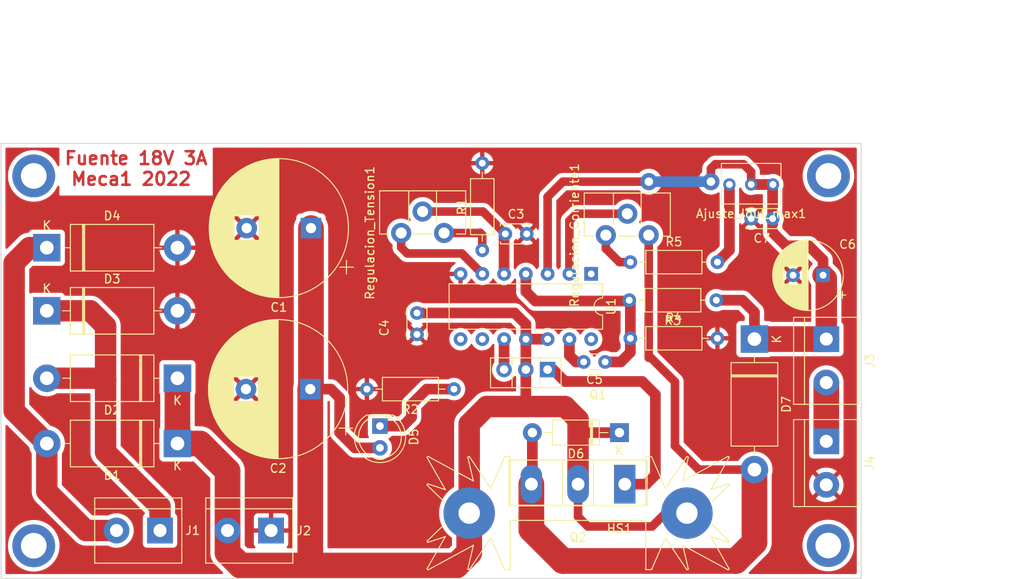
<source format=kicad_pcb>
(kicad_pcb (version 20211014) (generator pcbnew)
  (layers (0 "F.Cu" signal) (31 "B.Cu" signal) (34 "B.Paste" user) (35 "F.Paste" user) (36 "B.SilkS" user "B.Silkscreen") (37 "F.SilkS" user "F.Silkscreen") (38 "B.Mask" user) (39 "F.Mask" user) (44 "Edge.Cuts" user))
  (net 0 "")
  (net 1 "Net-(Regulacion_Tension1-Pad2)")
  (net 2 "Net-(Regulacion_Tension1-Pad3)")
  (net 3 "Net-(Regulacion_Tension1-Pad1)")
  (net 4 "+VDC")
  (net 5 "GND")
  (net 6 "Net-(C5-Pad1)")
  (net 7 "Net-(C5-Pad2)")
  (net 8 "Vout")
  (net 9 "TBJ_Out")
  (net 10 "Net-(D5-Pad1)")
  (net 11 "Vout_amp")
  (net 12 "AC_F")
  (net 13 "Net-(Q1-Pad1)")
  (net 14 "Net-(Q1-Pad3)")
  (net 15 "Net-(R5-Pad1)")
  (net 16 "Net-(R5-Pad2)")
  (net 21 "AC_N")
  (net 22 "Net-(Regulacion_Corriente1-Pad2)")
  (footprint "Resistor_THT:R_Axial_DIN0207_L6.3mm_D2.5mm_P10.16mm_Horizontal" (layer "F.Cu") (at 136.907 95.158)
    (fp_text reference "R4" (at 5.08 -2.37) (layer "F.SilkS"))
    (fp_text value "1K2")
    (pad "1" thru_hole circle (at 0 0) (size 1.6 1.6) (drill 0.8) (layers *.Cu *.Mask) (net 6 "Net-(C5-Pad1)"))
    (pad "2" thru_hole oval (at 10.16 0) (size 1.6 1.6) (drill 0.8) (layers *.Cu *.Mask) (net 5 "GND"))
  )
  (footprint "Potentiometer_THT:Potentiometer_ACP_CA9-H2,5_Horizontal" (layer "F.Cu") (at 134.051 83.115 90)
    (fp_text reference "Regulacion_Corriente1" (at 0 -3.65 90) (layer "F.SilkS"))
    (fp_text value "500")
    (pad "1" thru_hole circle (at 0 0 90) (size 2.34 2.34) (drill 1.3) (layers *.Cu *.Mask) (net 15 "Net-(R5-Pad1)"))
    (pad "2" thru_hole circle (at 2.5 2.5 90) (size 2.34 2.34) (drill 1.3) (layers *.Cu *.Mask) (net 22 "Net-(Regulacion_Corriente1-Pad2)"))
    (pad "3" thru_hole circle (at 0 5 90) (size 2.34 2.34) (drill 1.3) (layers *.Cu *.Mask) (net 9 "TBJ_Out"))
  )
  (footprint "Package_TO_SOT_THT:TO-126-3_Vertical" (layer "F.Cu") (at 127.254 98.812 180)
    (fp_text reference "Q1" (at -5.842 -2.94) (layer "F.SilkS"))
    (fp_text value "BD137")
    (pad "1" thru_hole rect (at 0 0 180) (size 1.8 1.8) (drill 1) (layers *.Cu *.Mask) (net 13 "Net-(Q1-Pad1)"))
    (pad "2" thru_hole oval (at 2.54 0 180) (size 1.8 1.8) (drill 1) (layers *.Cu *.Mask) (net 4 "+VDC"))
    (pad "3" thru_hole oval (at 5.08 0 180) (size 1.8 1.8) (drill 1) (layers *.Cu *.Mask) (net 14 "Net-(Q1-Pad3)"))
  )
  (footprint "Capacitor_THT:CP_Radial_D16.0mm_P7.50mm" (layer "F.Cu") (at 99.568 101.092 180)
    (fp_text reference "C2" (at 3.75 -9.25) (layer "F.SilkS"))
    (fp_text value "2200u")
    (pad "1" thru_hole rect (at 0 0 180) (size 2.4 2.4) (drill 1.2) (layers *.Cu *.Mask) (net 4 "+VDC"))
    (pad "2" thru_hole circle (at 7.5 0 180) (size 2.4 2.4) (drill 1.2) (layers *.Cu *.Mask) (net 5 "GND"))
  )
  (footprint "Resistor_THT:R_Axial_DIN0207_L6.3mm_D2.5mm_P10.16mm_Horizontal" (layer "F.Cu") (at 146.94 90.713 180)
    (fp_text reference "R3" (at 5.08 -2.37) (layer "F.SilkS"))
    (fp_text value "2K7")
    (pad "1" thru_hole circle (at 0 0 180) (size 1.6 1.6) (drill 0.8) (layers *.Cu *.Mask) (net 8 "Vout"))
    (pad "2" thru_hole oval (at 10.16 0 180) (size 1.6 1.6) (drill 0.8) (layers *.Cu *.Mask) (net 6 "Net-(C5-Pad1)"))
  )
  (footprint "Potentiometer_THT:Potentiometer_ACP_CA9-H2,5_Horizontal" (layer "F.Cu") (at 110.175 82.861 90)
    (fp_text reference "Regulacion_Tension1" (at 0 -3.65 90) (layer "F.SilkS"))
    (fp_text value "10k")
    (pad "1" thru_hole circle (at 0 0 90) (size 2.34 2.34) (drill 1.3) (layers *.Cu *.Mask) (net 3 "Net-(Regulacion_Tension1-Pad1)"))
    (pad "2" thru_hole circle (at 2.5 2.5 90) (size 2.34 2.34) (drill 1.3) (layers *.Cu *.Mask) (net 1 "Net-(Regulacion_Tension1-Pad2)"))
    (pad "3" thru_hole circle (at 0 5 90) (size 2.34 2.34) (drill 1.3) (layers *.Cu *.Mask) (net 2 "Net-(Regulacion_Tension1-Pad3)"))
  )
  (footprint "Package_TO_SOT_THT:TO-247-3_Vertical" (layer "F.Cu") (at 136.26 112.194 180)
    (fp_text reference "Q2" (at 5.45 -6.205) (layer "F.SilkS"))
    (fp_text value "TIP3055G")
    (pad "1" thru_hole rect (at 0 0 180) (size 2.5 4.5) (drill 1.5) (layers *.Cu *.Mask) (net 13 "Net-(Q1-Pad1)"))
    (pad "2" thru_hole oval (at 5.45 0 180) (size 2.5 4.5) (drill 1.5) (layers *.Cu *.Mask) (net 4 "+VDC"))
    (pad "3" thru_hole oval (at 10.9 0 180) (size 2.5 4.5) (drill 1.5) (layers *.Cu *.Mask) (net 9 "TBJ_Out"))
  )
  (footprint "Diode_THT:D_DO-201AD_P15.24mm_Horizontal" (layer "F.Cu") (at 68.834 91.948)
    (fp_text reference "D3" (at 7.62 -3.72) (layer "F.SilkS"))
    (fp_text value "1N5404")
    (fp_text user "K" (at 0 -2.6) (layer "F.SilkS"))
    (pad "1" thru_hole rect (at 0 0) (size 3.2 3.2) (drill 1.6) (layers *.Cu *.Mask) (net 21 "AC_N"))
    (pad "2" thru_hole oval (at 15.24 0) (size 3.2 3.2) (drill 1.6) (layers *.Cu *.Mask) (net 5 "GND"))
  )
  (footprint "Capacitor_THT:CP_Radial_D16.0mm_P7.50mm" (layer "F.Cu") (at 99.651755 82.296 180)
    (fp_text reference "C1" (at 3.75 -9.25) (layer "F.SilkS"))
    (fp_text value "2200u")
    (pad "1" thru_hole rect (at 0 0 180) (size 2.4 2.4) (drill 1.2) (layers *.Cu *.Mask) (net 4 "+VDC"))
    (pad "2" thru_hole circle (at 7.5 0 180) (size 2.4 2.4) (drill 1.2) (layers *.Cu *.Mask) (net 5 "GND"))
  )
  (footprint "Capacitor_THT:C_Disc_D3.4mm_W2.1mm_P2.50mm" (layer "F.Cu") (at 122.322 82.966)
    (fp_text reference "C3" (at 1.25 -2.3) (layer "F.SilkS"))
    (fp_text value "100n")
    (pad "1" thru_hole circle (at 0 0) (size 1.6 1.6) (drill 0.8) (layers *.Cu *.Mask) (net 1 "Net-(Regulacion_Tension1-Pad2)"))
    (pad "2" thru_hole circle (at 2.5 0) (size 1.6 1.6) (drill 0.8) (layers *.Cu *.Mask) (net 5 "GND"))
  )
  (footprint "Diode_THT:D_DO-41_SOD81_P10.16mm_Horizontal" (layer "F.Cu") (at 135.636 106.172 180)
    (fp_text reference "D6" (at 5.08 -2.47) (layer "F.SilkS"))
    (fp_text value "1N4007")
    (fp_text user "K" (at 0 -2.1) (layer "F.SilkS"))
    (pad "1" thru_hole rect (at 0 0 180) (size 2.2 2.2) (drill 1.1) (layers *.Cu *.Mask) (net 4 "+VDC"))
    (pad "2" thru_hole oval (at 10.16 0 180) (size 2.2 2.2) (drill 1.1) (layers *.Cu *.Mask) (net 9 "TBJ_Out"))
  )
  (footprint "Diode_THT:D_DO-201AD_P15.24mm_Horizontal" (layer "F.Cu") (at 84.074 99.822 180)
    (fp_text reference "D2" (at 7.62 -3.72) (layer "F.SilkS"))
    (fp_text value "1N5404")
    (fp_text user "K" (at 0 -2.6) (layer "F.SilkS"))
    (pad "1" thru_hole rect (at 0 0 180) (size 3.2 3.2) (drill 1.6) (layers *.Cu *.Mask) (net 4 "+VDC"))
    (pad "2" thru_hole oval (at 15.24 0 180) (size 3.2 3.2) (drill 1.6) (layers *.Cu *.Mask) (net 21 "AC_N"))
  )
  (footprint "Diode_THT:D_DO-201AD_P15.24mm_Horizontal" (layer "F.Cu") (at 84.074 107.442 180)
    (fp_text reference "D1" (at 7.62 -3.72) (layer "F.SilkS"))
    (fp_text value "1N5404")
    (fp_text user "K" (at 0 -2.6) (layer "F.SilkS"))
    (pad "1" thru_hole rect (at 0 0 180) (size 3.2 3.2) (drill 1.6) (layers *.Cu *.Mask) (net 4 "+VDC"))
    (pad "2" thru_hole oval (at 15.24 0 180) (size 3.2 3.2) (drill 1.6) (layers *.Cu *.Mask) (net 12 "AC_F"))
  )
  (footprint "Diode_THT:D_DO-201AD_P15.24mm_Horizontal" (layer "F.Cu") (at 151.384 95.25 -90)
    (fp_text reference "D7" (at 7.62 -3.72 -270) (layer "F.SilkS"))
    (fp_text value "1N5404")
    (fp_text user "K" (at 0 -2.6 -270) (layer "F.SilkS"))
    (pad "1" thru_hole rect (at 0 0 270) (size 3.2 3.2) (drill 1.6) (layers *.Cu *.Mask) (net 8 "Vout"))
    (pad "2" thru_hole oval (at 15.24 0 270) (size 3.2 3.2) (drill 1.6) (layers *.Cu *.Mask) (net 9 "TBJ_Out"))
  )
  (footprint "Heatsink:Heatsink_Fischer_SK104-STC-STIC_35x13mm_2xDrill2.5mm" (layer "F.Cu") (at 130.81 115.57)
    (fp_text reference "HS1" (at 4.827 1.813) (layer "F.SilkS"))
    (fp_text value "Heatsink_Pad")
    (pad "1" thru_hole circle (at 12.7 0) (size 6 6) (drill 2.5) (layers *.Cu *.Mask) (net 4 "+VDC"))
    (pad "1" thru_hole circle (at -12.7 0 180) (size 6 6) (drill 2.5) (layers *.Cu *.Mask) (net 4 "+VDC"))
  )
  (footprint "Potentiometer_THT:Potentiometer_Bourns_3266Y_Vertical" (layer "F.Cu") (at 148.464 77.199 180)
    (fp_text reference "Ajuste_Iout_max1" (at -2.54 -3.41) (layer "F.SilkS"))
    (fp_text value "500")
    (pad "1" thru_hole circle (at 0 0 180) (size 1.44 1.44) (drill 0.8) (layers *.Cu *.Mask) (net 16 "Net-(R5-Pad2)"))
    (pad "2" thru_hole circle (at -2.54 0 180) (size 1.44 1.44) (drill 0.8) (layers *.Cu *.Mask) (net 8 "Vout"))
    (pad "3" thru_hole circle (at -5.08 0 180) (size 1.44 1.44) (drill 0.8) (layers *.Cu *.Mask) (net 8 "Vout"))
  )
  (footprint "TerminalBlock:TerminalBlock_bornier-2_P5.08mm" (layer "F.Cu") (at 82.042 117.602 180)
    (fp_text reference "J1" (at -3.81 0) (layer "F.SilkS"))
    (fp_text value "Ent. 15Vca")
    (pad "1" thru_hole rect (at 0 0 180) (size 3 3) (drill 1.52) (layers *.Cu *.Mask) (net 21 "AC_N"))
    (pad "2" thru_hole circle (at 5.08 0 180) (size 3 3) (drill 1.52) (layers *.Cu *.Mask) (net 12 "AC_F"))
  )
  (footprint "Capacitor_THT:C_Disc_D3.4mm_W2.1mm_P2.50mm" (layer "F.Cu") (at 153.504 81.188 180)
    (fp_text reference "C7" (at 1.25 -2.3) (layer "F.SilkS"))
    (fp_text value "100n")
    (pad "1" thru_hole circle (at 0 0 180) (size 1.6 1.6) (drill 0.8) (layers *.Cu *.Mask) (net 8 "Vout"))
    (pad "2" thru_hole circle (at 2.5 0 180) (size 1.6 1.6) (drill 0.8) (layers *.Cu *.Mask) (net 5 "GND"))
  )
  (footprint "Package_DIP:DIP-14_W7.62mm" (layer "F.Cu") (at 132.339 87.64 -90)
    (fp_text reference "U1" (at 3.81 -2.33 90) (layer "F.SilkS"))
    (fp_text value "LM723_DIP14")
    (pad "1" thru_hole rect (at 0 0 270) (size 1.6 1.6) (drill 0.8) (layers *.Cu *.Mask))
    (pad "2" thru_hole oval (at 0 2.54 270) (size 1.6 1.6) (drill 0.8) (layers *.Cu *.Mask) (net 22 "Net-(Regulacion_Corriente1-Pad2)"))
    (pad "3" thru_hole oval (at 0 5.08 270) (size 1.6 1.6) (drill 0.8) (layers *.Cu *.Mask) (net 8 "Vout"))
    (pad "4" thru_hole oval (at 0 7.62 270) (size 1.6 1.6) (drill 0.8) (layers *.Cu *.Mask) (net 6 "Net-(C5-Pad1)"))
    (pad "5" thru_hole oval (at 0 10.16 270) (size 1.6 1.6) (drill 0.8) (layers *.Cu *.Mask) (net 1 "Net-(Regulacion_Tension1-Pad2)"))
    (pad "6" thru_hole oval (at 0 12.7 270) (size 1.6 1.6) (drill 0.8) (layers *.Cu *.Mask) (net 3 "Net-(Regulacion_Tension1-Pad1)"))
    (pad "7" thru_hole oval (at 0 15.24 270) (size 1.6 1.6) (drill 0.8) (layers *.Cu *.Mask) (net 5 "GND"))
    (pad "8" thru_hole oval (at 7.62 15.24 270) (size 1.6 1.6) (drill 0.8) (layers *.Cu *.Mask))
    (pad "9" thru_hole oval (at 7.62 12.7 270) (size 1.6 1.6) (drill 0.8) (layers *.Cu *.Mask))
    (pad "10" thru_hole oval (at 7.62 10.16 270) (size 1.6 1.6) (drill 0.8) (layers *.Cu *.Mask) (net 14 "Net-(Q1-Pad3)"))
    (pad "11" thru_hole oval (at 7.62 7.62 270) (size 1.6 1.6) (drill 0.8) (layers *.Cu *.Mask) (net 4 "+VDC"))
    (pad "12" thru_hole oval (at 7.62 5.08 270) (size 1.6 1.6) (drill 0.8) (layers *.Cu *.Mask) (net 4 "+VDC"))
    (pad "13" thru_hole oval (at 7.62 2.54 270) (size 1.6 1.6) (drill 0.8) (layers *.Cu *.Mask) (net 7 "Net-(C5-Pad2)"))
    (pad "14" thru_hole oval (at 7.62 0 270) (size 1.6 1.6) (drill 0.8) (layers *.Cu *.Mask))
  )
  (footprint "Resistor_THT:R_Axial_DIN0207_L6.3mm_D2.5mm_P10.16mm_Horizontal" (layer "F.Cu") (at 136.907 86.268)
    (fp_text reference "R5" (at 5.08 -2.37) (layer "F.SilkS"))
    (fp_text value "1200")
    (pad "1" thru_hole circle (at 0 0) (size 1.6 1.6) (drill 0.8) (layers *.Cu *.Mask) (net 15 "Net-(R5-Pad1)"))
    (pad "2" thru_hole oval (at 10.16 0) (size 1.6 1.6) (drill 0.8) (layers *.Cu *.Mask) (net 16 "Net-(R5-Pad2)"))
  )
  (footprint "LED_THT:LED_D5.0mm" (layer "F.Cu") (at 107.696 105.41 -90)
    (fp_text reference "D5" (at 1.27 -3.96 90) (layer "F.SilkS"))
    (fp_text value "LED")
    (pad "1" thru_hole rect (at 0 0 270) (size 1.8 1.8) (drill 0.9) (layers *.Cu *.Mask) (net 10 "Net-(D5-Pad1)"))
    (pad "2" thru_hole circle (at 2.54 0 270) (size 1.8 1.8) (drill 0.9) (layers *.Cu *.Mask) (net 4 "+VDC"))
  )
  (footprint "Capacitor_THT:CP_Radial_D8.0mm_P3.50mm" (layer "F.Cu") (at 159.386 87.792 180)
    (fp_text reference "C6" (at -2.864698 3.596) (layer "F.SilkS"))
    (fp_text value "100u")
    (pad "1" thru_hole rect (at 0 0 180) (size 1.6 1.6) (drill 0.8) (layers *.Cu *.Mask) (net 8 "Vout"))
    (pad "2" thru_hole circle (at 3.5 0 180) (size 1.6 1.6) (drill 0.8) (layers *.Cu *.Mask) (net 5 "GND"))
  )
  (footprint "Diode_THT:D_DO-201AD_P15.24mm_Horizontal" (layer "F.Cu") (at 68.834 84.582)
    (fp_text reference "D4" (at 7.62 -3.72) (layer "F.SilkS"))
    (fp_text value "1N5404")
    (fp_text user "K" (at 0 -2.6) (layer "F.SilkS"))
    (pad "1" thru_hole rect (at 0 0) (size 3.2 3.2) (drill 1.6) (layers *.Cu *.Mask) (net 12 "AC_F"))
    (pad "2" thru_hole oval (at 15.24 0) (size 3.2 3.2) (drill 1.6) (layers *.Cu *.Mask) (net 5 "GND"))
  )
  (footprint "TerminalBlock:TerminalBlock_bornier-2_P5.08mm" (layer "F.Cu") (at 159.766 95.25 -90)
    (fp_text reference "J3" (at 2.54 -5.08 90) (layer "F.SilkS"))
    (fp_text value "Vout")
    (pad "1" thru_hole rect (at 0 0 270) (size 3 3) (drill 1.52) (layers *.Cu *.Mask) (net 8 "Vout"))
    (pad "2" thru_hole circle (at 5.08 0 270) (size 3 3) (drill 1.52) (layers *.Cu *.Mask) (net 11 "Vout_amp"))
  )
  (footprint "TerminalBlock:TerminalBlock_bornier-2_P5.08mm" (layer "F.Cu") (at 159.766 107.188 -90)
    (fp_text reference "J4" (at 2.54 -5.08 90) (layer "F.SilkS"))
    (fp_text value "Amperimetro")
    (pad "1" thru_hole rect (at 0 0 270) (size 3 3) (drill 1.52) (layers *.Cu *.Mask) (net 11 "Vout_amp"))
    (pad "2" thru_hole circle (at 5.08 0 270) (size 3 3) (drill 1.52) (layers *.Cu *.Mask) (net 5 "GND"))
  )
  (footprint "Capacitor_THT:C_Disc_D3.0mm_W1.6mm_P2.50mm" (layer "F.Cu") (at 133.965 97.917 180)
    (fp_text reference "C5" (at 1.25 -2.05) (layer "F.SilkS"))
    (fp_text value "470p")
    (pad "1" thru_hole circle (at 0 0 180) (size 1.6 1.6) (drill 0.8) (layers *.Cu *.Mask) (net 6 "Net-(C5-Pad1)"))
    (pad "2" thru_hole circle (at 2.5 0 180) (size 1.6 1.6) (drill 0.8) (layers *.Cu *.Mask) (net 7 "Net-(C5-Pad2)"))
  )
  (footprint "Resistor_THT:R_Axial_DIN0207_L6.3mm_D2.5mm_P10.16mm_Horizontal" (layer "F.Cu") (at 119.635 84.871 90)
    (fp_text reference "R1" (at 5.08 -2.37 90) (layer "F.SilkS"))
    (fp_text value "470")
    (pad "1" thru_hole circle (at 0 0 90) (size 1.6 1.6) (drill 0.8) (layers *.Cu *.Mask) (net 2 "Net-(Regulacion_Tension1-Pad3)"))
    (pad "2" thru_hole oval (at 10.16 0 90) (size 1.6 1.6) (drill 0.8) (layers *.Cu *.Mask) (net 5 "GND"))
  )
  (footprint "Resistor_THT:R_Axial_DIN0207_L6.3mm_D2.5mm_P10.16mm_Horizontal" (layer "F.Cu") (at 116.332 101.092 180)
    (fp_text reference "R2" (at 5.08 -2.37) (layer "F.SilkS"))
    (fp_text value "2k2")
    (pad "1" thru_hole circle (at 0 0 180) (size 1.6 1.6) (drill 0.8) (layers *.Cu *.Mask) (net 10 "Net-(D5-Pad1)"))
    (pad "2" thru_hole oval (at 10.16 0 180) (size 1.6 1.6) (drill 0.8) (layers *.Cu *.Mask) (net 5 "GND"))
  )
  (footprint "Capacitor_THT:C_Disc_D3.4mm_W2.1mm_P2.50mm" (layer "F.Cu") (at 112.014 92.202 -90)
    (fp_text reference "C4" (at 1.738 3.81 90) (layer "F.SilkS"))
    (fp_text value "100n")
    (pad "1" thru_hole circle (at 0 0 270) (size 1.6 1.6) (drill 0.8) (layers *.Cu *.Mask) (net 4 "+VDC"))
    (pad "2" thru_hole circle (at 2.5 0 270) (size 1.6 1.6) (drill 0.8) (layers *.Cu *.Mask) (net 5 "GND"))
  )
  (footprint "TerminalBlock:TerminalBlock_bornier-2_P5.08mm" (layer "F.Cu") (at 94.996 117.602 180)
    (fp_text reference "J2" (at -3.811 -0.035) (layer "F.SilkS"))
    (fp_text value "Vcc_Volt/Amper")
    (pad "1" thru_hole rect (at 0 0 180) (size 3 3) (drill 1.52) (layers *.Cu *.Mask) (net 5 "GND"))
    (pad "2" thru_hole circle (at 5.08 0 180) (size 3 3) (drill 1.52) (layers *.Cu *.Mask) (net 4 "+VDC"))
  )
  (gr_line (start 63.5 72.39) (end 63.5 123.19) (layer "Edge.Cuts") (width 0.1))
  (gr_line (start 163.83 123.19) (end 163.83 72.39) (layer "Edge.Cuts") (width 0.1))
  (gr_line (start 63.5 123.19) (end 163.83 123.19) (layer "Edge.Cuts") (width 0.1))
  (gr_line (start 163.83 72.39) (end 63.5 72.39) (layer "Edge.Cuts") (width 0.1))
  (gr_text "Fuente 18V 3A\nMeca1 2022 " (at 79.249 75.346) (layer "F.Cu") (effects (font (size 1.5 1.5) (thickness 0.3))))
  (via (at 160.02 76.2) (size 5) (drill 3) (layers "F.Cu" "B.Cu") (net 0))
  (via (at 67.31 119.38) (size 5) (drill 3) (layers "F.Cu" "B.Cu") (net 0))
  (via (at 67.31 76.2) (size 5) (drill 3) (layers "F.Cu" "B.Cu") (net 0))
  (via (at 159.998022 119.351386) (size 5) (drill 3) (layers "F.Cu" "B.Cu") (net 0))
  (segment (start 122.322 82.966) (end 119.717 80.361) (width 1) (layer "F.Cu") (net 1))
  (segment (start 122.179 83.109) (end 122.322 82.966) (width 1.25) (layer "F.Cu") (net 1))
  (segment (start 119.717 80.361) (end 112.675 80.361) (width 1) (layer "F.Cu") (net 1))
  (segment (start 122.179 87.64) (end 122.179 83.109) (width 1.25) (layer "F.Cu") (net 1))
  (segment (start 119.635 84.871) (end 119.635 83.093) (width 1) (layer "F.Cu") (net 2))
  (segment (start 119.635 83.093) (end 119.381 82.839) (width 1) (layer "F.Cu") (net 2))
  (segment (start 119.359 82.861) (end 115.175 82.861) (width 1) (layer "F.Cu") (net 2))
  (segment (start 119.381 82.839) (end 119.359 82.861) (width 1) (layer "F.Cu") (net 2))
  (segment (start 115.175 82.727) (end 115.175 82.861) (width 1.25) (layer "F.Cu") (net 2))
  (segment (start 110.175 84.555) (end 110.175 82.861) (width 1) (layer "F.Cu") (net 3))
  (segment (start 119.639 87.64) (end 117.251 85.252) (width 1) (layer "F.Cu") (net 3))
  (segment (start 110.872 85.252) (end 110.175 84.555) (width 1) (layer "F.Cu") (net 3))
  (segment (start 117.251 85.252) (end 110.872 85.252) (width 1) (layer "F.Cu") (net 3))
  (segment (start 124.719 93.511) (end 123.41 92.202) (width 1.25) (layer "F.Cu") (net 4))
  (segment (start 124.719 98.807) (end 124.714 98.812) (width 1.25) (layer "F.Cu") (net 4))
  (segment (start 118.11 105.156) (end 118.11 115.57) (width 2.5) (layer "F.Cu") (net 4))
  (segment (start 130.81 112.194) (end 130.81 106.045) (width 2.5) (layer "F.Cu") (net 4))
  (segment (start 107.696 107.95) (end 104.775 107.95) (width 1.25) (layer "F.Cu") (net 4))
  (segment (start 118.11 120.176) (end 118.11 115.57) (width 3) (layer "F.Cu") (net 4))
  (segment (start 143.51 115.57) (end 141.006 115.57) (width 1) (layer "F.Cu") (net 4))
  (segment (start 89.916 117.602) (end 89.916 120.176) (width 3) (layer "F.Cu") (net 4))
  (segment (start 124.719 95.26) (end 124.719 93.511) (width 1.25) (layer "F.Cu") (net 4))
  (segment (start 89.916 110.651) (end 86.707 107.442) (width 3) (layer "F.Cu") (net 4))
  (segment (start 124.714 102.87) (end 124.968 103.124) (width 1.25) (layer "F.Cu") (net 4))
  (segment (start 99.93898 121.68998) (end 116.59802 121.68998) (width 3) (layer "F.Cu") (net 4))
  (segment (start 99.651755 82.296) (end 99.651755 101.008245) (width 3) (layer "F.Cu") (net 4))
  (segment (start 99.568 101.092) (end 99.568 120.43) (width 3) (layer "F.Cu") (net 4))
  (segment (start 139.447 117.129) (end 131.954 117.129) (width 1) (layer "F.Cu") (net 4))
  (segment (start 120.142 103.124) (end 118.11 105.156) (width 2.5) (layer "F.Cu") (net 4))
  (segment (start 135.636 106.172) (end 130.937 106.172) (width 1.25) (layer "F.Cu") (net 4))
  (segment (start 102.997 102.108) (end 101.981 101.092) (width 1.25) (layer "F.Cu") (net 4))
  (segment (start 127.259 95.26) (end 124.719 95.26) (width 1.25) (layer "F.Cu") (net 4))
  (segment (start 141.006 115.57) (end 139.447 117.129) (width 1) (layer "F.Cu") (net 4))
  (segment (start 101.981 101.092) (end 99.568 101.092) (width 1.25) (layer "F.Cu") (net 4))
  (segment (start 130.81 104.648) (end 129.286 103.124) (width 2.5) (layer "F.Cu") (net 4))
  (segment (start 130.81 115.985) (end 130.81 112.194) (width 1) (layer "F.Cu") (net 4))
  (segment (start 123.41 92.202) (end 112.014 92.202) (width 1.25) (layer "F.Cu") (net 4))
  (segment (start 91.42998 121.68998) (end 99.93898 121.68998) (width 3) (layer "F.Cu") (net 4))
  (segment (start 102.997 106.172) (end 102.997 102.108) (width 1.25) (layer "F.Cu") (net 4))
  (segment (start 104.775 107.95) (end 102.997 106.172) (width 1.25) (layer "F.Cu") (net 4))
  (segment (start 84.074 99.822) (end 84.074 107.442) (width 3) (layer "F.Cu") (net 4))
  (segment (start 124.714 98.812) (end 124.714 102.87) (width 1.25) (layer "F.Cu") (net 4))
  (segment (start 131.954 117.129) (end 130.81 115.985) (width 1) (layer "F.Cu") (net 4))
  (segment (start 129.286 103.124) (end 124.968 103.124) (width 2.5) (layer "F.Cu") (net 4))
  (segment (start 124.968 103.124) (end 120.142 103.124) (width 2.5) (layer "F.Cu") (net 4))
  (segment (start 130.937 106.172) (end 130.81 106.045) (width 1.25) (layer "F.Cu") (net 4))
  (segment (start 130.81 106.045) (end 130.81 104.648) (width 2.5) (layer "F.Cu") (net 4))
  (segment (start 124.719 95.26) (end 124.719 98.807) (width 1.25) (layer "F.Cu") (net 4))
  (segment (start 99.651755 101.008245) (end 99.568 101.092) (width 3) (layer "F.Cu") (net 4))
  (segment (start 116.59802 121.68998) (end 118.111 120.177) (width 3) (layer "F.Cu") (net 4))
  (segment (start 118.111 120.177) (end 118.11 120.176) (width 3) (layer "F.Cu") (net 4))
  (segment (start 86.707 107.442) (end 84.074 107.442) (width 3) (layer "F.Cu") (net 4))
  (segment (start 89.916 117.602) (end 89.916 110.651) (width 3) (layer "F.Cu") (net 4))
  (segment (start 89.916 120.176) (end 91.42998 121.68998) (width 3) (layer "F.Cu") (net 4))
  (segment (start 147.109 95.25) (end 147.066 95.293) (width 1.25) (layer "F.Cu") (net 5))
  (segment (start 124.719 89.693) (end 124.719 87.64) (width 1.25) (layer "F.Cu") (net 6))
  (segment (start 135.799 97.917) (end 136.906 96.81) (width 1.25) (layer "F.Cu") (net 6))
  (segment (start 136.907 95.158) (end 136.907 90.84) (width 1.25) (layer "F.Cu") (net 6))
  (segment (start 124.715 89.697) (end 124.719 89.693) (width 1.25) (layer "F.Cu") (net 6))
  (segment (start 136.907 90.84) (end 136.78 90.713) (width 1.25) (layer "F.Cu") (net 6))
  (segment (start 125.823 90.805) (end 124.715 89.697) (width 1.25) (layer "F.Cu") (net 6))
  (segment (start 136.906 96.81) (end 136.906 95.293) (width 1.25) (layer "F.Cu") (net 6))
  (segment (start 133.965 97.917) (end 135.799 97.917) (width 1.25) (layer "F.Cu") (net 6))
  (segment (start 136.906 90.805) (end 125.823 90.805) (width 1.25) (layer "F.Cu") (net 6))
  (segment (start 129.799 97.16) (end 129.799 95.26) (width 1.25) (layer "F.Cu") (net 7))
  (segment (start 131.465 97.917) (end 130.556 97.917) (width 1.25) (layer "F.Cu") (net 7))
  (segment (start 130.556 97.917) (end 129.799 97.16) (width 1.25) (layer "F.Cu") (net 7))
  (segment (start 127.259 78.652) (end 127.259 87.64) (width 1) (layer "F.Cu") (net 8))
  (segment (start 159.766 95.25) (end 159.766 88.172) (width 2.5) (layer "F.Cu") (net 8))
  (segment (start 153.504 77.239) (end 153.544 77.199) (width 1.25) (layer "F.Cu") (net 8))
  (segment (start 153.504 81.188) (end 153.504 82.799) (width 1.25) (layer "F.Cu") (net 8))
  (segment (start 159.386 86.014) (end 159.386 87.792) (width 1.25) (layer "F.Cu") (net 8))
  (segment (start 157.735 84.363) (end 159.386 86.014) (width 1.25) (layer "F.Cu") (net 8))
  (segment (start 155.068 84.363) (end 157.735 84.363) (width 1.25) (layer "F.Cu") (net 8))
  (segment (start 146.305 75.346) (end 146.305 76.87) (width 1) (layer "F.Cu") (net 8))
  (segment (start 153.544 77.199) (end 151.004 77.199) (width 1.25) (layer "F.Cu") (net 8))
  (segment (start 150.115 74.838) (end 146.813 74.838) (width 1) (layer "F.Cu") (net 8))
  (segment (start 146.813 74.838) (end 146.305 75.346) (width 1) (layer "F.Cu") (net 8))
  (segment (start 139.066 76.87) (end 129.033 76.87) (width 1) (layer "F.Cu") (net 8))
  (segment (start 153.504 82.799) (end 155.068 84.363) (width 1.25) (layer "F.Cu") (net 8))
  (segment (start 159.766 88.172) (end 159.386 87.792) (width 2.5) (layer "F.Cu") (net 8))
  (segment (start 129.033 76.87) (end 127.255 78.648) (width 1) (layer "F.Cu") (net 8))
  (segment (start 151.384 95.25) (end 151.384 92.109) (width 1.25) (layer "F.Cu") (net 8))
  (segment (start 151.004 75.727) (end 150.115 74.838) (width 1) (layer "F.Cu") (net 8))
  (segment (start 149.988 90.713) (end 146.94 90.713) (width 1.25) (layer "F.Cu") (net 8))
  (segment (start 151.384 92.109) (end 149.988 90.713) (width 1.25) (layer "F.Cu") (net 8))
  (segment (start 153.504 81.188) (end 153.504 77.239) (width 1.25) (layer "F.Cu") (net 8))
  (segment (start 151.004 77.199) (end 151.004 75.727) (width 1) (layer "F.Cu") (net 8))
  (segment (start 151.384 95.25) (end 159.766 95.25) (width 3) (layer "F.Cu") (net 8))
  (segment (start 127.255 78.648) (end 127.259 78.652) (width 1) (layer "F.Cu") (net 8))
  (via (at 139.066 76.87) (size 2) (drill 1) (layers "F.Cu" "B.Cu") (net 8))
  (via (at 146.305 76.87) (size 2) (drill 1) (layers "F.Cu" "B.Cu") (net 8))
  (segment (start 139.066 76.87) (end 146.305 76.87) (width 1.25) (layer "B.Cu") (net 8))
  (segment (start 139.305 97.429) (end 139.051 97.429) (width 1) (layer "F.Cu") (net 9))
  (segment (start 151.384 110.49) (end 144.873 110.49) (width 1) (layer "F.Cu") (net 9))
  (segment (start 142.114 107.731) (end 142.114 100.238) (width 1) (layer "F.Cu") (net 9))
  (segment (start 125.476 106.172) (end 125.476 112.078) (width 1.25) (layer "F.Cu") (net 9))
  (segment (start 125.36 112.194) (end 125.36 117.486) (width 3) (layer "F.Cu") (net 9))
  (segment (start 142.114 100.238) (end 139.305 97.429) (width 1) (layer "F.Cu") (net 9))
  (segment (start 125.36 117.486) (end 129.032 121.158) (width 3) (layer "F.Cu") (net 9))
  (segment (start 149.225 121.158) (end 151.384 118.999) (width 3) (layer "F.Cu") (net 9))
  (segment (start 139.051 83.115) (end 139.051 97.429) (width 1) (layer "F.Cu") (net 9))
  (segment (start 129.032 121.158) (end 149.225 121.158) (width 3) (layer "F.Cu") (net 9))
  (segment (start 125.476 112.078) (end 125.36 112.194) (width 1.25) (layer "F.Cu") (net 9))
  (segment (start 151.384 118.999) (end 151.384 110.49) (width 3) (layer "F.Cu") (net 9))
  (segment (start 144.873 110.49) (end 142.114 107.731) (width 1) (layer "F.Cu") (net 9))
  (segment (start 111.379 104.394) (end 110.363 105.41) (width 1.25) (layer "F.Cu") (net 10))
  (segment (start 111.379 102.87) (end 111.379 104.394) (width 1.25) (layer "F.Cu") (net 10))
  (segment (start 110.363 105.41) (end 107.696 105.41) (width 1.25) (layer "F.Cu") (net 10))
  (segment (start 113.157 101.092) (end 111.379 102.87) (width 1.25) (layer "F.Cu") (net 10))
  (segment (start 116.332 101.092) (end 113.157 101.092) (width 1.25) (layer "F.Cu") (net 10))
  (segment (start 159.766 100.33) (end 159.766 107.188) (width 3) (layer "F.Cu") (net 11))
  (segment (start 73.406 117.602) (end 68.834 113.03) (width 2.5) (layer "F.Cu") (net 12))
  (segment (start 68.834 113.03) (end 68.834 107.442) (width 2.5) (layer "F.Cu") (net 12))
  (segment (start 68.834 107.442) (end 65.024 103.632) (width 2.5) (layer "F.Cu") (net 12))
  (segment (start 65.024 86.36) (end 66.802 84.582) (width 2.5) (layer "F.Cu") (net 12))
  (segment (start 66.802 84.582) (end 68.834 84.582) (width 2.5) (layer "F.Cu") (net 12))
  (segment (start 65.024 103.632) (end 65.024 86.36) (width 2.5) (layer "F.Cu") (net 12))
  (segment (start 76.962 117.602) (end 73.406 117.602) (width 2.5) (layer "F.Cu") (net 12))
  (segment (start 139.827 101.727) (end 139.827 111.125) (width 1.25) (layer "F.Cu") (net 13))
  (segment (start 129.286 100.203) (end 138.303 100.203) (width 1.25) (layer "F.Cu") (net 13))
  (segment (start 127.254 98.812) (end 127.895 98.812) (width 1.25) (layer "F.Cu") (net 13))
  (segment (start 138.758 112.194) (end 136.26 112.194) (width 1.25) (layer "F.Cu") (net 13))
  (segment (start 138.303 100.203) (end 139.827 101.727) (width 1.25) (layer "F.Cu") (net 13))
  (segment (start 139.827 111.125) (end 138.758 112.194) (width 1.25) (layer "F.Cu") (net 13))
  (segment (start 127.895 98.812) (end 129.286 100.203) (width 1.25) (layer "F.Cu") (net 13))
  (segment (start 122.179 98.807) (end 122.174 98.812) (width 1.25) (layer "F.Cu") (net 14))
  (segment (start 122.179 95.26) (end 122.179 98.807) (width 1.25) (layer "F.Cu") (net 14))
  (segment (start 134.051 84.682) (end 134.051 83.115) (width 1) (layer "F.Cu") (net 15))
  (segment (start 136.907 86.268) (end 135.637 86.268) (width 1) (layer "F.Cu") (net 15))
  (segment (start 135.637 86.268) (end 134.051 84.682) (width 1) (layer "F.Cu") (net 15))
  (segment (start 148.464 84.871) (end 147.067 86.268) (width 1.25) (layer "F.Cu") (net 16))
  (segment (start 148.464 84.871) (end 148.464 77.199) (width 1.25) (layer "F.Cu") (net 16))
  (segment (start 75.692 108.458) (end 75.692 100.076) (width 2.5) (layer "F.Cu") (net 21))
  (segment (start 82.042 114.808) (end 75.692 108.458) (width 2.5) (layer "F.Cu") (net 21))
  (segment (start 75.692 93.726) (end 73.914 91.948) (width 2.5) (layer "F.Cu") (net 21))
  (segment (start 73.914 91.948) (end 68.834 91.948) (width 2.5) (layer "F.Cu") (net 21))
  (segment (start 68.834 99.822) (end 75.438 99.822) (width 2.5) (layer "F.Cu") (net 21))
  (segment (start 75.438 99.822) (end 75.692 100.076) (width 2.5) (layer "F.Cu") (net 21))
  (segment (start 82.042 117.602) (end 82.042 114.808) (width 2.5) (layer "F.Cu") (net 21))
  (segment (start 75.692 100.076) (end 75.692 93.726) (width 2.5) (layer "F.Cu") (net 21))
  (segment (start 129.799 87.64) (end 129.799 84.6524) (width 1) (layer "F.Cu") (net 22))
  (segment (start 129.795 81.442) (end 130.622 80.615) (width 1) (layer "F.Cu") (net 22))
  (segment (start 130.622 80.615) (end 136.551 80.615) (width 1) (layer "F.Cu") (net 22))
  (segment (start 129.799 84.6524) (end 129.795 84.6484) (width 1) (layer "F.Cu") (net 22))
  (segment (start 129.795 84.6484) (end 129.795 81.442) (width 1) (layer "F.Cu") (net 22))
  (zone (net 5) (net_name "GND") (layer "F.Cu") (connect_pads (clearance 0.508)) (min_thickness 0.254) (fill yes (thermal_gap 0.508) (thermal_bridge_width 0.508))
    (polygon (pts (xy 163.831 123.098) (xy 63.374 123.098) (xy 63.501 72.425) (xy 163.831 72.425)))
  )
)
</source>
